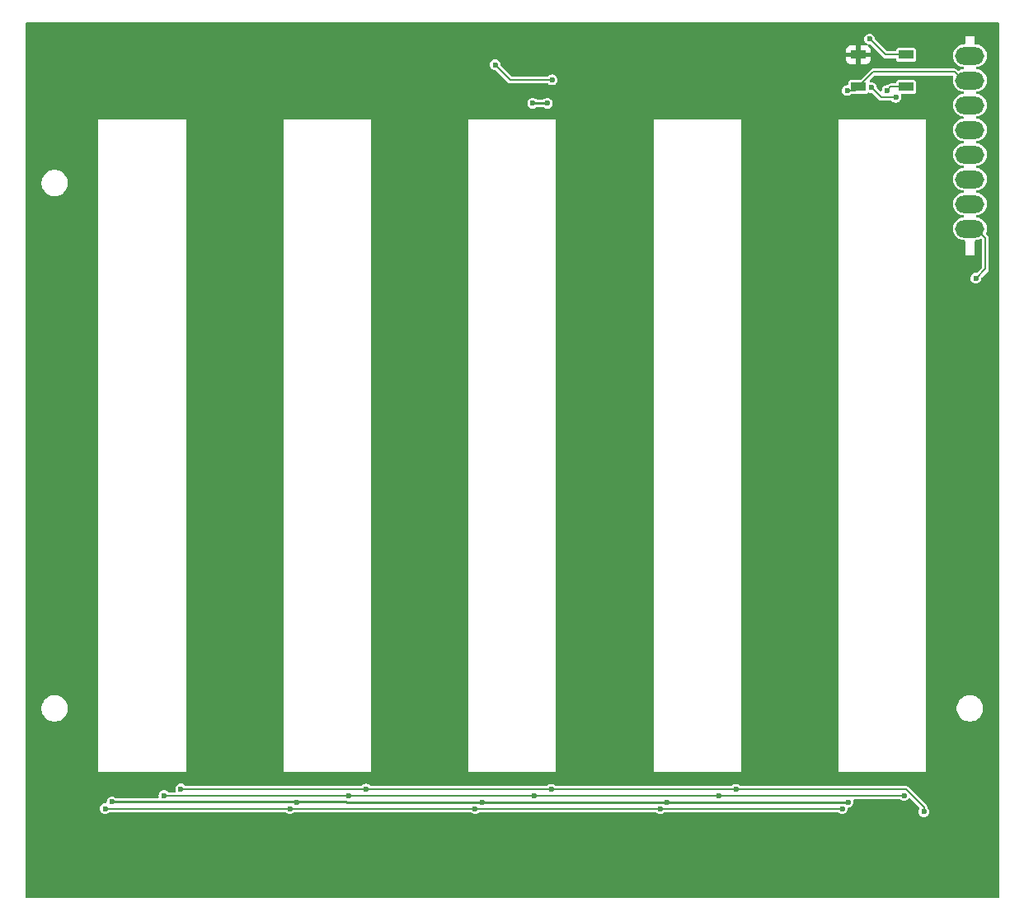
<source format=gbr>
%TF.GenerationSoftware,KiCad,Pcbnew,8.0.1*%
%TF.CreationDate,2024-03-23T17:43:50+03:00*%
%TF.ProjectId,AudMix,4175644d-6978-42e6-9b69-6361645f7063,rev?*%
%TF.SameCoordinates,Original*%
%TF.FileFunction,Copper,L1,Top*%
%TF.FilePolarity,Positive*%
%FSLAX46Y46*%
G04 Gerber Fmt 4.6, Leading zero omitted, Abs format (unit mm)*
G04 Created by KiCad (PCBNEW 8.0.1) date 2024-03-23 17:43:50*
%MOMM*%
%LPD*%
G01*
G04 APERTURE LIST*
%TA.AperFunction,SMDPad,CuDef*%
%ADD10R,1.500000X0.900000*%
%TD*%
%TA.AperFunction,ComponentPad*%
%ADD11O,3.000000X1.800000*%
%TD*%
%TA.AperFunction,ViaPad*%
%ADD12C,0.600000*%
%TD*%
%TA.AperFunction,Conductor*%
%ADD13C,0.200000*%
%TD*%
%TA.AperFunction,Conductor*%
%ADD14C,0.250000*%
%TD*%
G04 APERTURE END LIST*
D10*
%TO.P,D2,1,VDD*%
%TO.N,VCC*%
X140437500Y-56625000D03*
%TO.P,D2,2,DOUT*%
%TO.N,/WS2812B*%
X140437500Y-53325000D03*
%TO.P,D2,3,VSS*%
%TO.N,GND*%
X135537500Y-53325000D03*
%TO.P,D2,4,DIN*%
%TO.N,/WS2812B_3V3*%
X135537500Y-56625000D03*
%TD*%
D11*
%TO.P,U1,1,GPIO5*%
%TO.N,Net-(U1-GPIO5)*%
X147000000Y-53420000D03*
%TO.P,U1,2,GPIO6*%
%TO.N,/WS2812B_3V3*%
X147000000Y-55960000D03*
%TO.P,U1,3,GPIO7*%
%TO.N,Net-(U1-GPIO7)*%
X147000000Y-58500000D03*
%TO.P,U1,4,GPIO8*%
%TO.N,/I2C_SDA*%
X147000000Y-61040000D03*
%TO.P,U1,5,GPIO9*%
%TO.N,/I2C_SCL*%
X147000000Y-63580000D03*
%TO.P,U1,6,GPIO10*%
%TO.N,/I2C_CS1*%
X147000000Y-66120000D03*
%TO.P,U1,7,GPIO20*%
%TO.N,/I2C_CS2*%
X147000000Y-68660000D03*
%TO.P,U1,8,GPIO21*%
%TO.N,/I2C_CS3*%
X147000000Y-71200000D03*
%TD*%
D12*
%TO.N,GND*%
X52600000Y-134400000D03*
X63400000Y-128800000D03*
X63000000Y-55000000D03*
X120500000Y-55500000D03*
X147400000Y-134400000D03*
X71500000Y-134400000D03*
X105200000Y-53800000D03*
X79500000Y-55000000D03*
X109500000Y-134400000D03*
X83400000Y-132700000D03*
X63000000Y-53800000D03*
X61200000Y-56200000D03*
X74800000Y-55900000D03*
X102300000Y-132800000D03*
X121800000Y-55500000D03*
X62100000Y-55600000D03*
X107150000Y-51600000D03*
X61200000Y-55000000D03*
X62100000Y-54300000D03*
X98500000Y-53200000D03*
X90500000Y-134400000D03*
X139000000Y-54300000D03*
X137600000Y-54300000D03*
X95200000Y-53200000D03*
X63000000Y-56200000D03*
X113100000Y-56300000D03*
X55400000Y-54300000D03*
X115550000Y-51650000D03*
X139200000Y-52400000D03*
X128500000Y-134400000D03*
X61200000Y-53800000D03*
%TO.N,+3.3V*%
X140240000Y-129470000D03*
X64240000Y-129470000D03*
X102240000Y-129482500D03*
X121240000Y-129482500D03*
X83202500Y-129482500D03*
%TO.N,VCC*%
X138500000Y-57000000D03*
X104000000Y-128800001D03*
X142268750Y-131131250D03*
X84975000Y-128800000D03*
X122975000Y-128800000D03*
X65975000Y-128787501D03*
%TO.N,Net-(D1-A)*%
X102100000Y-58300000D03*
X103600000Y-58300000D03*
%TO.N,/I2C_CS1*%
X104100000Y-55900000D03*
X136900000Y-56700000D03*
X139400000Y-57700000D03*
X98255025Y-54355025D03*
%TO.N,/I2C_SCL*%
X96900000Y-130122500D03*
X134500000Y-130122500D03*
X58900000Y-130110000D03*
X77862500Y-130122500D03*
X115900000Y-130122500D03*
%TO.N,/I2C_CS3*%
X147600000Y-76300000D03*
%TO.N,/I2C_SDA*%
X77162500Y-130812500D03*
X96200000Y-130812500D03*
X115200000Y-130812500D03*
X133900000Y-130800000D03*
X58200000Y-130800000D03*
%TO.N,/WS2812B*%
X136700000Y-51700000D03*
%TO.N,/WS2812B_3V3*%
X134400000Y-57000000D03*
%TD*%
D13*
%TO.N,+3.3V*%
X121227500Y-129470000D02*
X121240000Y-129482500D01*
X64240000Y-129470000D02*
X140252500Y-129470000D01*
%TO.N,VCC*%
X142268750Y-130650221D02*
X142268750Y-131131250D01*
X138875000Y-56625000D02*
X140437500Y-56625000D01*
X66000000Y-128800000D02*
X140418529Y-128800000D01*
X138500000Y-57000000D02*
X138875000Y-56625000D01*
X140418529Y-128800000D02*
X142268750Y-130650221D01*
D14*
%TO.N,Net-(D1-A)*%
X102100000Y-58300000D02*
X103600000Y-58300000D01*
D13*
%TO.N,/I2C_CS1*%
X99800000Y-55900000D02*
X98255025Y-54355025D01*
X139400000Y-57700000D02*
X137900000Y-57700000D01*
X137900000Y-57700000D02*
X136900000Y-56700000D01*
X104100000Y-55900000D02*
X99800000Y-55900000D01*
D14*
%TO.N,/I2C_SCL*%
X82983617Y-130110000D02*
X58900000Y-130110000D01*
X134500000Y-130122500D02*
X82996117Y-130122500D01*
D13*
%TO.N,/I2C_CS3*%
X148600000Y-72200000D02*
X147600000Y-71200000D01*
X148600000Y-75300000D02*
X148600000Y-72200000D01*
X147600000Y-76300000D02*
X148600000Y-75300000D01*
%TO.N,/I2C_SDA*%
X115187500Y-130800000D02*
X115200000Y-130812500D01*
X58200000Y-130800000D02*
X133900000Y-130800000D01*
%TO.N,/WS2812B*%
X138325000Y-53325000D02*
X140437500Y-53325000D01*
X136700000Y-51700000D02*
X138325000Y-53325000D01*
%TO.N,Net-(U1-GPIO7)*%
X146200000Y-59300000D02*
X146400000Y-59300000D01*
%TO.N,/WS2812B_3V3*%
X135537500Y-56625000D02*
X137062500Y-55100000D01*
X137062500Y-55100000D02*
X145400000Y-55100000D01*
X135162500Y-57000000D02*
X135537500Y-56625000D01*
X134400000Y-57000000D02*
X135162500Y-57000000D01*
X145400000Y-55100000D02*
X146260000Y-55960000D01*
X146260000Y-55960000D02*
X146400000Y-55960000D01*
%TD*%
%TA.AperFunction,Conductor*%
%TO.N,GND*%
G36*
X149943039Y-50019685D02*
G01*
X149988794Y-50072489D01*
X150000000Y-50124000D01*
X150000000Y-139876000D01*
X149980315Y-139943039D01*
X149927511Y-139988794D01*
X149876000Y-140000000D01*
X50124000Y-140000000D01*
X50056961Y-139980315D01*
X50011206Y-139927511D01*
X50000000Y-139876000D01*
X50000000Y-130800000D01*
X57644750Y-130800000D01*
X57663670Y-130943708D01*
X57663671Y-130943712D01*
X57719137Y-131077622D01*
X57719138Y-131077624D01*
X57719139Y-131077625D01*
X57807379Y-131192621D01*
X57922375Y-131280861D01*
X58056291Y-131336330D01*
X58183280Y-131353048D01*
X58199999Y-131355250D01*
X58200000Y-131355250D01*
X58200001Y-131355250D01*
X58214977Y-131353278D01*
X58343709Y-131336330D01*
X58477625Y-131280861D01*
X58592621Y-131192621D01*
X58592623Y-131192617D01*
X58592627Y-131192615D01*
X58598372Y-131186871D01*
X58600888Y-131189387D01*
X58644183Y-131157797D01*
X58686092Y-131150500D01*
X76666817Y-131150500D01*
X76733856Y-131170185D01*
X76765192Y-131199013D01*
X76769879Y-131205122D01*
X76860892Y-131274958D01*
X76884875Y-131293361D01*
X77018791Y-131348830D01*
X77145780Y-131365548D01*
X77162499Y-131367750D01*
X77162500Y-131367750D01*
X77162501Y-131367750D01*
X77177477Y-131365778D01*
X77306209Y-131348830D01*
X77440125Y-131293361D01*
X77555121Y-131205121D01*
X77559808Y-131199013D01*
X77616236Y-131157810D01*
X77658183Y-131150500D01*
X95704317Y-131150500D01*
X95771356Y-131170185D01*
X95802692Y-131199013D01*
X95807379Y-131205122D01*
X95898392Y-131274958D01*
X95922375Y-131293361D01*
X96056291Y-131348830D01*
X96183280Y-131365548D01*
X96199999Y-131367750D01*
X96200000Y-131367750D01*
X96200001Y-131367750D01*
X96214977Y-131365778D01*
X96343709Y-131348830D01*
X96477625Y-131293361D01*
X96592621Y-131205121D01*
X96597308Y-131199013D01*
X96653736Y-131157810D01*
X96695683Y-131150500D01*
X114704317Y-131150500D01*
X114771356Y-131170185D01*
X114802692Y-131199013D01*
X114807379Y-131205122D01*
X114898392Y-131274958D01*
X114922375Y-131293361D01*
X115056291Y-131348830D01*
X115183280Y-131365548D01*
X115199999Y-131367750D01*
X115200000Y-131367750D01*
X115200001Y-131367750D01*
X115214977Y-131365778D01*
X115343709Y-131348830D01*
X115477625Y-131293361D01*
X115592621Y-131205121D01*
X115597308Y-131199013D01*
X115653736Y-131157810D01*
X115695683Y-131150500D01*
X133413908Y-131150500D01*
X133480947Y-131170185D01*
X133500412Y-131188086D01*
X133501628Y-131186871D01*
X133507372Y-131192615D01*
X133507377Y-131192619D01*
X133507379Y-131192621D01*
X133622375Y-131280861D01*
X133756291Y-131336330D01*
X133883280Y-131353048D01*
X133899999Y-131355250D01*
X133900000Y-131355250D01*
X133900001Y-131355250D01*
X133914977Y-131353278D01*
X134043709Y-131336330D01*
X134177625Y-131280861D01*
X134292621Y-131192621D01*
X134380861Y-131077625D01*
X134436330Y-130943709D01*
X134455250Y-130800000D01*
X134455250Y-130799999D01*
X134455250Y-130792386D01*
X134474935Y-130725347D01*
X134527739Y-130679592D01*
X134563063Y-130669447D01*
X134643709Y-130658830D01*
X134777625Y-130603361D01*
X134892621Y-130515121D01*
X134980861Y-130400125D01*
X135036330Y-130266209D01*
X135055250Y-130122500D01*
X135054674Y-130118128D01*
X135053048Y-130105780D01*
X135036330Y-129978791D01*
X135036327Y-129978784D01*
X135035740Y-129976590D01*
X135035785Y-129974660D01*
X135035269Y-129970734D01*
X135035881Y-129970653D01*
X135037405Y-129906740D01*
X135076570Y-129848879D01*
X135140799Y-129821376D01*
X135155516Y-129820500D01*
X139753908Y-129820500D01*
X139820947Y-129840185D01*
X139840412Y-129858086D01*
X139841628Y-129856871D01*
X139847372Y-129862615D01*
X139847377Y-129862619D01*
X139847379Y-129862621D01*
X139962375Y-129950861D01*
X140096291Y-130006330D01*
X140223280Y-130023048D01*
X140239999Y-130025250D01*
X140240000Y-130025250D01*
X140240001Y-130025250D01*
X140254977Y-130023278D01*
X140383709Y-130006330D01*
X140517625Y-129950861D01*
X140632621Y-129862621D01*
X140699743Y-129775146D01*
X140756170Y-129733944D01*
X140825916Y-129729789D01*
X140885799Y-129762952D01*
X141792872Y-130670025D01*
X141826357Y-130731348D01*
X141821373Y-130801040D01*
X141803568Y-130833191D01*
X141787888Y-130853625D01*
X141787888Y-130853626D01*
X141732421Y-130987537D01*
X141732420Y-130987541D01*
X141713500Y-131131250D01*
X141723225Y-131205121D01*
X141732420Y-131274958D01*
X141732421Y-131274962D01*
X141787887Y-131408872D01*
X141787888Y-131408874D01*
X141787889Y-131408875D01*
X141876129Y-131523871D01*
X141991125Y-131612111D01*
X142125041Y-131667580D01*
X142252030Y-131684298D01*
X142268749Y-131686500D01*
X142268750Y-131686500D01*
X142268751Y-131686500D01*
X142283727Y-131684528D01*
X142412459Y-131667580D01*
X142546375Y-131612111D01*
X142661371Y-131523871D01*
X142749611Y-131408875D01*
X142805080Y-131274959D01*
X142824000Y-131131250D01*
X142805080Y-130987541D01*
X142749611Y-130853625D01*
X142661371Y-130738629D01*
X142661369Y-130738627D01*
X142661365Y-130738622D01*
X142655621Y-130732878D01*
X142658137Y-130730361D01*
X142626547Y-130687067D01*
X142619250Y-130645158D01*
X142619250Y-130604079D01*
X142619250Y-130604077D01*
X142595364Y-130514933D01*
X142549220Y-130435009D01*
X140633741Y-128519530D01*
X140633740Y-128519529D01*
X140633737Y-128519527D01*
X140553820Y-128473387D01*
X140553816Y-128473385D01*
X140548455Y-128471949D01*
X140548455Y-128471948D01*
X140480005Y-128453608D01*
X140464673Y-128449500D01*
X140464672Y-128449500D01*
X123461092Y-128449500D01*
X123394053Y-128429815D01*
X123374587Y-128411913D01*
X123373372Y-128413129D01*
X123367627Y-128407384D01*
X123367621Y-128407379D01*
X123252625Y-128319139D01*
X123252624Y-128319138D01*
X123252622Y-128319137D01*
X123118712Y-128263671D01*
X123118710Y-128263670D01*
X123118709Y-128263670D01*
X123023779Y-128251172D01*
X122975001Y-128244750D01*
X122974999Y-128244750D01*
X122831291Y-128263670D01*
X122831287Y-128263671D01*
X122697377Y-128319137D01*
X122582372Y-128407384D01*
X122576628Y-128413129D01*
X122574111Y-128410612D01*
X122530817Y-128442203D01*
X122488908Y-128449500D01*
X104486090Y-128449500D01*
X104419051Y-128429815D01*
X104399634Y-128411860D01*
X104398368Y-128413127D01*
X104392625Y-128407384D01*
X104392622Y-128407382D01*
X104392621Y-128407380D01*
X104277625Y-128319140D01*
X104277624Y-128319139D01*
X104277622Y-128319138D01*
X104143712Y-128263672D01*
X104143710Y-128263671D01*
X104143709Y-128263671D01*
X104071854Y-128254211D01*
X104000001Y-128244751D01*
X103999999Y-128244751D01*
X103856291Y-128263671D01*
X103856287Y-128263672D01*
X103722377Y-128319138D01*
X103637254Y-128384455D01*
X103607381Y-128407379D01*
X103607374Y-128407384D01*
X103601632Y-128413127D01*
X103599044Y-128410539D01*
X103556452Y-128441974D01*
X103513910Y-128449500D01*
X85461092Y-128449500D01*
X85394053Y-128429815D01*
X85374587Y-128411913D01*
X85373372Y-128413129D01*
X85367627Y-128407384D01*
X85367621Y-128407379D01*
X85252625Y-128319139D01*
X85252624Y-128319138D01*
X85252622Y-128319137D01*
X85118712Y-128263671D01*
X85118710Y-128263670D01*
X85118709Y-128263670D01*
X85023779Y-128251172D01*
X84975001Y-128244750D01*
X84974999Y-128244750D01*
X84831291Y-128263670D01*
X84831287Y-128263671D01*
X84697377Y-128319137D01*
X84582372Y-128407384D01*
X84576628Y-128413129D01*
X84574111Y-128410612D01*
X84530817Y-128442203D01*
X84488908Y-128449500D01*
X66470683Y-128449500D01*
X66403644Y-128429815D01*
X66372308Y-128400987D01*
X66367624Y-128394883D01*
X66367622Y-128394881D01*
X66367621Y-128394880D01*
X66252625Y-128306640D01*
X66252624Y-128306639D01*
X66252622Y-128306638D01*
X66118712Y-128251172D01*
X66118710Y-128251171D01*
X66118709Y-128251171D01*
X66046854Y-128241711D01*
X65975001Y-128232251D01*
X65974999Y-128232251D01*
X65831291Y-128251171D01*
X65831287Y-128251172D01*
X65697377Y-128306638D01*
X65582379Y-128394880D01*
X65494137Y-128509878D01*
X65438671Y-128643788D01*
X65438670Y-128643792D01*
X65419750Y-128787500D01*
X65419750Y-128787501D01*
X65438670Y-128931209D01*
X65438670Y-128931210D01*
X65445645Y-128948049D01*
X65453112Y-129017518D01*
X65421837Y-129079997D01*
X65361747Y-129115649D01*
X65331083Y-129119500D01*
X64726092Y-129119500D01*
X64659053Y-129099815D01*
X64639587Y-129081913D01*
X64638372Y-129083129D01*
X64632627Y-129077384D01*
X64632621Y-129077379D01*
X64517625Y-128989139D01*
X64517624Y-128989138D01*
X64517622Y-128989137D01*
X64383712Y-128933671D01*
X64383710Y-128933670D01*
X64383709Y-128933670D01*
X64311854Y-128924210D01*
X64240001Y-128914750D01*
X64239999Y-128914750D01*
X64096291Y-128933670D01*
X64096287Y-128933671D01*
X63962377Y-128989137D01*
X63847379Y-129077379D01*
X63759137Y-129192377D01*
X63703671Y-129326287D01*
X63703670Y-129326291D01*
X63684750Y-129469999D01*
X63684750Y-129470000D01*
X63701117Y-129594314D01*
X63690352Y-129663349D01*
X63643972Y-129715605D01*
X63578178Y-129734500D01*
X59357026Y-129734500D01*
X59289987Y-129714815D01*
X59281547Y-129708882D01*
X59177625Y-129629139D01*
X59177624Y-129629138D01*
X59177622Y-129629137D01*
X59043712Y-129573671D01*
X59043710Y-129573670D01*
X59043709Y-129573670D01*
X58971854Y-129564210D01*
X58900001Y-129554750D01*
X58899999Y-129554750D01*
X58756291Y-129573670D01*
X58756287Y-129573671D01*
X58622377Y-129629137D01*
X58507379Y-129717379D01*
X58419137Y-129832377D01*
X58363671Y-129966287D01*
X58363670Y-129966291D01*
X58344750Y-130109999D01*
X58344750Y-130118128D01*
X58342422Y-130118128D01*
X58333486Y-130175359D01*
X58287096Y-130227606D01*
X58219823Y-130246478D01*
X58205139Y-130245426D01*
X58200004Y-130244750D01*
X58199999Y-130244750D01*
X58056291Y-130263670D01*
X58056287Y-130263671D01*
X57922377Y-130319137D01*
X57807379Y-130407379D01*
X57719137Y-130522377D01*
X57663671Y-130656287D01*
X57663670Y-130656291D01*
X57644750Y-130799999D01*
X57644750Y-130800000D01*
X50000000Y-130800000D01*
X50000000Y-120606286D01*
X51649500Y-120606286D01*
X51682753Y-120816239D01*
X51748444Y-121018414D01*
X51844951Y-121207820D01*
X51969890Y-121379786D01*
X52120213Y-121530109D01*
X52292179Y-121655048D01*
X52292181Y-121655049D01*
X52292184Y-121655051D01*
X52481588Y-121751557D01*
X52683757Y-121817246D01*
X52893713Y-121850500D01*
X52893714Y-121850500D01*
X53106286Y-121850500D01*
X53106287Y-121850500D01*
X53316243Y-121817246D01*
X53518412Y-121751557D01*
X53707816Y-121655051D01*
X53729789Y-121639086D01*
X53879786Y-121530109D01*
X53879788Y-121530106D01*
X53879792Y-121530104D01*
X54030104Y-121379792D01*
X54030106Y-121379788D01*
X54030109Y-121379786D01*
X54155048Y-121207820D01*
X54155047Y-121207820D01*
X54155051Y-121207816D01*
X54251557Y-121018412D01*
X54317246Y-120816243D01*
X54350500Y-120606287D01*
X54350500Y-120393713D01*
X54317246Y-120183757D01*
X54251557Y-119981588D01*
X54155051Y-119792184D01*
X54155049Y-119792181D01*
X54155048Y-119792179D01*
X54030109Y-119620213D01*
X53879786Y-119469890D01*
X53707820Y-119344951D01*
X53518414Y-119248444D01*
X53518413Y-119248443D01*
X53518412Y-119248443D01*
X53316243Y-119182754D01*
X53316241Y-119182753D01*
X53316240Y-119182753D01*
X53154957Y-119157208D01*
X53106287Y-119149500D01*
X52893713Y-119149500D01*
X52845042Y-119157208D01*
X52683760Y-119182753D01*
X52481585Y-119248444D01*
X52292179Y-119344951D01*
X52120213Y-119469890D01*
X51969890Y-119620213D01*
X51844951Y-119792179D01*
X51748444Y-119981585D01*
X51682753Y-120183760D01*
X51649500Y-120393713D01*
X51649500Y-120606286D01*
X50000000Y-120606286D01*
X50000000Y-66606287D01*
X51649500Y-66606287D01*
X51682754Y-66816243D01*
X51741665Y-66997553D01*
X51748444Y-67018414D01*
X51844951Y-67207820D01*
X51969890Y-67379786D01*
X52120213Y-67530109D01*
X52292179Y-67655048D01*
X52292181Y-67655049D01*
X52292184Y-67655051D01*
X52481588Y-67751557D01*
X52683757Y-67817246D01*
X52893713Y-67850500D01*
X52893714Y-67850500D01*
X53106286Y-67850500D01*
X53106287Y-67850500D01*
X53316243Y-67817246D01*
X53518412Y-67751557D01*
X53707816Y-67655051D01*
X53792138Y-67593788D01*
X53879786Y-67530109D01*
X53879788Y-67530106D01*
X53879792Y-67530104D01*
X54030104Y-67379792D01*
X54030106Y-67379788D01*
X54030109Y-67379786D01*
X54155048Y-67207820D01*
X54155047Y-67207820D01*
X54155051Y-67207816D01*
X54251557Y-67018412D01*
X54317246Y-66816243D01*
X54350500Y-66606287D01*
X54350500Y-66393713D01*
X54317246Y-66183757D01*
X54251557Y-65981588D01*
X54155051Y-65792184D01*
X54155049Y-65792181D01*
X54155048Y-65792179D01*
X54030109Y-65620213D01*
X53879786Y-65469890D01*
X53707820Y-65344951D01*
X53518414Y-65248444D01*
X53518413Y-65248443D01*
X53518412Y-65248443D01*
X53316243Y-65182754D01*
X53316241Y-65182753D01*
X53316240Y-65182753D01*
X53154957Y-65157208D01*
X53106287Y-65149500D01*
X52893713Y-65149500D01*
X52845042Y-65157208D01*
X52683760Y-65182753D01*
X52481585Y-65248444D01*
X52292179Y-65344951D01*
X52120213Y-65469890D01*
X51969890Y-65620213D01*
X51844951Y-65792179D01*
X51748444Y-65981585D01*
X51682753Y-66183760D01*
X51678511Y-66210546D01*
X51649500Y-66393713D01*
X51649500Y-66606287D01*
X50000000Y-66606287D01*
X50000000Y-60000000D01*
X57500000Y-60000000D01*
X57500000Y-127000000D01*
X66500000Y-127000000D01*
X66500000Y-60000000D01*
X76500000Y-60000000D01*
X76500000Y-127000000D01*
X85500000Y-127000000D01*
X85500000Y-60000000D01*
X95500000Y-60000000D01*
X95500000Y-127000000D01*
X104500000Y-127000000D01*
X104500000Y-60000000D01*
X114500000Y-60000000D01*
X114500000Y-127000000D01*
X123500000Y-127000000D01*
X123500000Y-60000000D01*
X133500000Y-60000000D01*
X133500000Y-127000000D01*
X142500000Y-127000000D01*
X142500000Y-120606286D01*
X145649500Y-120606286D01*
X145682753Y-120816239D01*
X145748444Y-121018414D01*
X145844951Y-121207820D01*
X145969890Y-121379786D01*
X146120213Y-121530109D01*
X146292179Y-121655048D01*
X146292181Y-121655049D01*
X146292184Y-121655051D01*
X146481588Y-121751557D01*
X146683757Y-121817246D01*
X146893713Y-121850500D01*
X146893714Y-121850500D01*
X147106286Y-121850500D01*
X147106287Y-121850500D01*
X147316243Y-121817246D01*
X147518412Y-121751557D01*
X147707816Y-121655051D01*
X147729789Y-121639086D01*
X147879786Y-121530109D01*
X147879788Y-121530106D01*
X147879792Y-121530104D01*
X148030104Y-121379792D01*
X148030106Y-121379788D01*
X148030109Y-121379786D01*
X148155048Y-121207820D01*
X148155047Y-121207820D01*
X148155051Y-121207816D01*
X148251557Y-121018412D01*
X148317246Y-120816243D01*
X148350500Y-120606287D01*
X148350500Y-120393713D01*
X148317246Y-120183757D01*
X148251557Y-119981588D01*
X148155051Y-119792184D01*
X148155049Y-119792181D01*
X148155048Y-119792179D01*
X148030109Y-119620213D01*
X147879786Y-119469890D01*
X147707820Y-119344951D01*
X147518414Y-119248444D01*
X147518413Y-119248443D01*
X147518412Y-119248443D01*
X147316243Y-119182754D01*
X147316241Y-119182753D01*
X147316240Y-119182753D01*
X147154957Y-119157208D01*
X147106287Y-119149500D01*
X146893713Y-119149500D01*
X146845042Y-119157208D01*
X146683760Y-119182753D01*
X146481585Y-119248444D01*
X146292179Y-119344951D01*
X146120213Y-119469890D01*
X145969890Y-119620213D01*
X145844951Y-119792179D01*
X145748444Y-119981585D01*
X145682753Y-120183760D01*
X145649500Y-120393713D01*
X145649500Y-120606286D01*
X142500000Y-120606286D01*
X142500000Y-60000000D01*
X133500000Y-60000000D01*
X123500000Y-60000000D01*
X114500000Y-60000000D01*
X104500000Y-60000000D01*
X95500000Y-60000000D01*
X85500000Y-60000000D01*
X76500000Y-60000000D01*
X66500000Y-60000000D01*
X57500000Y-60000000D01*
X50000000Y-60000000D01*
X50000000Y-58300000D01*
X101544750Y-58300000D01*
X101563670Y-58443708D01*
X101563671Y-58443712D01*
X101619137Y-58577622D01*
X101619138Y-58577624D01*
X101619139Y-58577625D01*
X101707379Y-58692621D01*
X101822375Y-58780861D01*
X101956291Y-58836330D01*
X102083280Y-58853048D01*
X102099999Y-58855250D01*
X102100000Y-58855250D01*
X102100001Y-58855250D01*
X102114977Y-58853278D01*
X102243709Y-58836330D01*
X102377625Y-58780861D01*
X102481540Y-58701123D01*
X102546709Y-58675930D01*
X102557026Y-58675500D01*
X103142974Y-58675500D01*
X103210013Y-58695185D01*
X103218452Y-58701117D01*
X103322375Y-58780861D01*
X103456291Y-58836330D01*
X103583280Y-58853048D01*
X103599999Y-58855250D01*
X103600000Y-58855250D01*
X103600001Y-58855250D01*
X103614977Y-58853278D01*
X103743709Y-58836330D01*
X103877625Y-58780861D01*
X103992621Y-58692621D01*
X104080861Y-58577625D01*
X104136330Y-58443709D01*
X104155250Y-58300000D01*
X104136330Y-58156291D01*
X104099350Y-58067013D01*
X104080862Y-58022377D01*
X104080861Y-58022376D01*
X104080861Y-58022375D01*
X103992621Y-57907379D01*
X103877625Y-57819139D01*
X103877624Y-57819138D01*
X103877622Y-57819137D01*
X103743712Y-57763671D01*
X103743710Y-57763670D01*
X103743709Y-57763670D01*
X103643675Y-57750500D01*
X103600001Y-57744750D01*
X103599999Y-57744750D01*
X103456291Y-57763670D01*
X103456287Y-57763671D01*
X103322377Y-57819137D01*
X103290356Y-57843708D01*
X103218459Y-57898876D01*
X103153291Y-57924070D01*
X103142974Y-57924500D01*
X102557026Y-57924500D01*
X102489987Y-57904815D01*
X102481547Y-57898882D01*
X102377625Y-57819139D01*
X102377624Y-57819138D01*
X102377622Y-57819137D01*
X102243712Y-57763671D01*
X102243710Y-57763670D01*
X102243709Y-57763670D01*
X102143675Y-57750500D01*
X102100001Y-57744750D01*
X102099999Y-57744750D01*
X101956291Y-57763670D01*
X101956287Y-57763671D01*
X101822377Y-57819137D01*
X101707379Y-57907379D01*
X101619137Y-58022377D01*
X101563671Y-58156287D01*
X101563670Y-58156291D01*
X101544750Y-58299999D01*
X101544750Y-58300000D01*
X50000000Y-58300000D01*
X50000000Y-57000000D01*
X133844750Y-57000000D01*
X133862541Y-57135137D01*
X133863670Y-57143708D01*
X133863671Y-57143712D01*
X133919137Y-57277622D01*
X133919138Y-57277624D01*
X133919139Y-57277625D01*
X134007379Y-57392621D01*
X134122375Y-57480861D01*
X134256291Y-57536330D01*
X134383280Y-57553048D01*
X134399999Y-57555250D01*
X134400000Y-57555250D01*
X134400001Y-57555250D01*
X134414977Y-57553278D01*
X134543709Y-57536330D01*
X134677625Y-57480861D01*
X134792621Y-57392621D01*
X134792623Y-57392617D01*
X134792627Y-57392615D01*
X134798372Y-57386871D01*
X134800888Y-57389387D01*
X134844183Y-57357797D01*
X134886092Y-57350500D01*
X135208642Y-57350500D01*
X135208644Y-57350500D01*
X135286178Y-57329724D01*
X135318270Y-57325500D01*
X136312176Y-57325500D01*
X136312177Y-57325499D01*
X136385240Y-57310966D01*
X136468101Y-57255601D01*
X136484121Y-57231623D01*
X136537730Y-57186821D01*
X136607055Y-57178112D01*
X136634671Y-57185954D01*
X136756291Y-57236330D01*
X136900000Y-57255250D01*
X136908129Y-57255250D01*
X136908129Y-57258828D01*
X136960970Y-57267031D01*
X136995878Y-57291560D01*
X137684788Y-57980470D01*
X137756000Y-58021584D01*
X137764712Y-58026614D01*
X137853856Y-58050500D01*
X137853857Y-58050500D01*
X137946144Y-58050500D01*
X138913908Y-58050500D01*
X138980947Y-58070185D01*
X139000412Y-58088086D01*
X139001628Y-58086871D01*
X139007372Y-58092615D01*
X139007377Y-58092619D01*
X139007379Y-58092621D01*
X139122375Y-58180861D01*
X139256291Y-58236330D01*
X139383280Y-58253048D01*
X139399999Y-58255250D01*
X139400000Y-58255250D01*
X139400001Y-58255250D01*
X139414977Y-58253278D01*
X139543709Y-58236330D01*
X139677625Y-58180861D01*
X139792621Y-58092621D01*
X139880861Y-57977625D01*
X139936330Y-57843709D01*
X139955250Y-57700000D01*
X139936330Y-57556291D01*
X139911751Y-57496951D01*
X139904283Y-57427482D01*
X139935559Y-57365003D01*
X139995648Y-57329351D01*
X140026313Y-57325500D01*
X141212176Y-57325500D01*
X141212177Y-57325499D01*
X141285240Y-57310966D01*
X141368101Y-57255601D01*
X141423466Y-57172740D01*
X141438000Y-57099674D01*
X141438000Y-56150326D01*
X141438000Y-56150323D01*
X141437999Y-56150321D01*
X141423467Y-56077264D01*
X141423466Y-56077260D01*
X141405620Y-56050551D01*
X141368101Y-55994399D01*
X141285240Y-55939034D01*
X141285239Y-55939033D01*
X141285235Y-55939032D01*
X141212177Y-55924500D01*
X141212174Y-55924500D01*
X139662826Y-55924500D01*
X139662823Y-55924500D01*
X139589764Y-55939032D01*
X139589760Y-55939033D01*
X139506899Y-55994399D01*
X139451533Y-56077260D01*
X139451532Y-56077264D01*
X139437000Y-56150321D01*
X139437000Y-56150500D01*
X139436973Y-56150589D01*
X139436403Y-56156386D01*
X139435303Y-56156277D01*
X139417315Y-56217539D01*
X139364511Y-56263294D01*
X139313000Y-56274500D01*
X138828856Y-56274500D01*
X138739712Y-56298386D01*
X138739709Y-56298387D01*
X138659791Y-56344527D01*
X138659785Y-56344532D01*
X138595874Y-56408441D01*
X138534550Y-56441925D01*
X138508128Y-56443185D01*
X138508128Y-56444750D01*
X138500000Y-56444750D01*
X138356291Y-56463670D01*
X138356287Y-56463671D01*
X138222377Y-56519137D01*
X138107379Y-56607379D01*
X138019137Y-56722377D01*
X137963671Y-56856287D01*
X137963670Y-56856291D01*
X137948594Y-56970798D01*
X137920327Y-57034694D01*
X137862002Y-57073164D01*
X137792137Y-57073995D01*
X137737974Y-57042292D01*
X137491560Y-56795878D01*
X137458075Y-56734555D01*
X137456983Y-56708129D01*
X137455250Y-56708129D01*
X137455250Y-56700000D01*
X137436330Y-56556291D01*
X137386641Y-56436329D01*
X137380862Y-56422377D01*
X137380861Y-56422376D01*
X137380861Y-56422375D01*
X137292621Y-56307379D01*
X137177625Y-56219139D01*
X137177624Y-56219138D01*
X137177622Y-56219137D01*
X137043712Y-56163671D01*
X137043710Y-56163670D01*
X137043709Y-56163670D01*
X136943675Y-56150500D01*
X136900001Y-56144750D01*
X136899998Y-56144750D01*
X136816988Y-56155678D01*
X136747952Y-56144912D01*
X136695697Y-56098532D01*
X136676812Y-56031263D01*
X136697293Y-55964462D01*
X136713116Y-55945064D01*
X137171363Y-55486819D01*
X137232686Y-55453334D01*
X137259044Y-55450500D01*
X145185167Y-55450500D01*
X145252206Y-55470185D01*
X145297961Y-55522989D01*
X145307905Y-55592147D01*
X145303098Y-55612817D01*
X145277829Y-55690587D01*
X145249500Y-55869448D01*
X145249500Y-56050551D01*
X145277829Y-56229410D01*
X145333787Y-56401636D01*
X145333788Y-56401639D01*
X145416006Y-56562997D01*
X145522441Y-56709494D01*
X145522445Y-56709499D01*
X145650500Y-56837554D01*
X145650505Y-56837558D01*
X145778287Y-56930396D01*
X145797006Y-56943996D01*
X145849608Y-56970798D01*
X145958360Y-57026211D01*
X145958363Y-57026212D01*
X145984469Y-57034694D01*
X146130591Y-57082171D01*
X146203639Y-57093740D01*
X146290678Y-57107527D01*
X146353813Y-57137456D01*
X146390744Y-57196768D01*
X146389746Y-57266631D01*
X146351136Y-57324863D01*
X146290678Y-57352473D01*
X146130589Y-57377829D01*
X145958363Y-57433787D01*
X145958360Y-57433788D01*
X145797002Y-57516006D01*
X145650505Y-57622441D01*
X145650500Y-57622445D01*
X145522445Y-57750500D01*
X145522441Y-57750505D01*
X145416006Y-57897002D01*
X145333788Y-58058360D01*
X145333787Y-58058363D01*
X145277829Y-58230589D01*
X145249500Y-58409448D01*
X145249500Y-58590551D01*
X145277829Y-58769410D01*
X145333787Y-58941636D01*
X145333788Y-58941639D01*
X145416006Y-59102997D01*
X145522441Y-59249494D01*
X145522445Y-59249499D01*
X145650500Y-59377554D01*
X145650505Y-59377558D01*
X145778287Y-59470396D01*
X145797006Y-59483996D01*
X145958361Y-59566211D01*
X145958372Y-59566214D01*
X145960327Y-59567025D01*
X145977455Y-59576915D01*
X145977750Y-59576406D01*
X146064706Y-59626611D01*
X146064707Y-59626611D01*
X146064712Y-59626614D01*
X146153856Y-59650500D01*
X146153858Y-59650500D01*
X146242869Y-59650500D01*
X146309908Y-59670185D01*
X146355663Y-59722989D01*
X146365607Y-59792147D01*
X146336582Y-59855703D01*
X146277804Y-59893477D01*
X146262267Y-59896973D01*
X146130589Y-59917829D01*
X145958363Y-59973787D01*
X145958360Y-59973788D01*
X145797002Y-60056006D01*
X145650505Y-60162441D01*
X145650500Y-60162445D01*
X145522445Y-60290500D01*
X145522441Y-60290505D01*
X145416006Y-60437002D01*
X145333788Y-60598360D01*
X145333787Y-60598363D01*
X145277829Y-60770589D01*
X145249500Y-60949448D01*
X145249500Y-61130551D01*
X145277829Y-61309410D01*
X145333787Y-61481636D01*
X145333788Y-61481639D01*
X145416006Y-61642997D01*
X145522441Y-61789494D01*
X145522445Y-61789499D01*
X145650500Y-61917554D01*
X145650505Y-61917558D01*
X145778287Y-62010396D01*
X145797006Y-62023996D01*
X145902484Y-62077740D01*
X145958360Y-62106211D01*
X145958363Y-62106212D01*
X146044476Y-62134191D01*
X146130591Y-62162171D01*
X146203639Y-62173740D01*
X146290678Y-62187527D01*
X146353813Y-62217456D01*
X146390744Y-62276768D01*
X146389746Y-62346631D01*
X146351136Y-62404863D01*
X146290678Y-62432473D01*
X146130589Y-62457829D01*
X145958363Y-62513787D01*
X145958360Y-62513788D01*
X145797002Y-62596006D01*
X145650505Y-62702441D01*
X145650500Y-62702445D01*
X145522445Y-62830500D01*
X145522441Y-62830505D01*
X145416006Y-62977002D01*
X145333788Y-63138360D01*
X145333787Y-63138363D01*
X145277829Y-63310589D01*
X145249500Y-63489448D01*
X145249500Y-63670551D01*
X145277829Y-63849410D01*
X145333787Y-64021636D01*
X145333788Y-64021639D01*
X145416006Y-64182997D01*
X145522441Y-64329494D01*
X145522445Y-64329499D01*
X145650500Y-64457554D01*
X145650505Y-64457558D01*
X145778287Y-64550396D01*
X145797006Y-64563996D01*
X145902484Y-64617740D01*
X145958360Y-64646211D01*
X145958363Y-64646212D01*
X146044476Y-64674191D01*
X146130591Y-64702171D01*
X146203639Y-64713740D01*
X146290678Y-64727527D01*
X146353813Y-64757456D01*
X146390744Y-64816768D01*
X146389746Y-64886631D01*
X146351136Y-64944863D01*
X146290678Y-64972473D01*
X146130589Y-64997829D01*
X145958363Y-65053787D01*
X145958360Y-65053788D01*
X145797002Y-65136006D01*
X145650505Y-65242441D01*
X145650500Y-65242445D01*
X145522445Y-65370500D01*
X145522441Y-65370505D01*
X145416006Y-65517002D01*
X145333788Y-65678360D01*
X145333787Y-65678363D01*
X145277829Y-65850589D01*
X145249500Y-66029448D01*
X145249500Y-66210551D01*
X145277829Y-66389410D01*
X145333787Y-66561636D01*
X145333788Y-66561639D01*
X145416006Y-66722997D01*
X145522441Y-66869494D01*
X145522445Y-66869499D01*
X145650500Y-66997554D01*
X145650505Y-66997558D01*
X145778287Y-67090396D01*
X145797006Y-67103996D01*
X145902484Y-67157740D01*
X145958360Y-67186211D01*
X145958363Y-67186212D01*
X146024855Y-67207816D01*
X146130591Y-67242171D01*
X146203639Y-67253740D01*
X146290678Y-67267527D01*
X146353813Y-67297456D01*
X146390744Y-67356768D01*
X146389746Y-67426631D01*
X146351136Y-67484863D01*
X146290678Y-67512473D01*
X146130589Y-67537829D01*
X145958363Y-67593787D01*
X145958360Y-67593788D01*
X145797002Y-67676006D01*
X145650505Y-67782441D01*
X145650500Y-67782445D01*
X145522445Y-67910500D01*
X145522441Y-67910505D01*
X145416006Y-68057002D01*
X145333788Y-68218360D01*
X145333787Y-68218363D01*
X145277829Y-68390589D01*
X145249500Y-68569448D01*
X145249500Y-68750551D01*
X145277829Y-68929410D01*
X145333787Y-69101636D01*
X145333788Y-69101639D01*
X145416006Y-69262997D01*
X145522441Y-69409494D01*
X145522445Y-69409499D01*
X145650500Y-69537554D01*
X145650505Y-69537558D01*
X145778287Y-69630396D01*
X145797006Y-69643996D01*
X145902484Y-69697740D01*
X145958360Y-69726211D01*
X145958363Y-69726212D01*
X146044476Y-69754191D01*
X146130591Y-69782171D01*
X146203639Y-69793740D01*
X146290678Y-69807527D01*
X146353813Y-69837456D01*
X146390744Y-69896768D01*
X146389746Y-69966631D01*
X146351136Y-70024863D01*
X146290678Y-70052473D01*
X146130589Y-70077829D01*
X145958363Y-70133787D01*
X145958360Y-70133788D01*
X145797002Y-70216006D01*
X145650505Y-70322441D01*
X145650500Y-70322445D01*
X145522445Y-70450500D01*
X145522441Y-70450505D01*
X145416006Y-70597002D01*
X145333788Y-70758360D01*
X145333787Y-70758363D01*
X145277829Y-70930589D01*
X145249500Y-71109448D01*
X145249500Y-71290551D01*
X145277829Y-71469410D01*
X145333787Y-71641636D01*
X145333788Y-71641639D01*
X145416006Y-71802997D01*
X145522441Y-71949494D01*
X145522445Y-71949499D01*
X145650500Y-72077554D01*
X145650505Y-72077558D01*
X145755524Y-72153858D01*
X145797006Y-72183996D01*
X145902484Y-72237740D01*
X145958360Y-72266211D01*
X145958363Y-72266212D01*
X145991511Y-72276982D01*
X146130591Y-72322171D01*
X146213429Y-72335291D01*
X146309449Y-72350500D01*
X146376000Y-72350500D01*
X146443039Y-72370185D01*
X146488794Y-72422989D01*
X146500000Y-72474500D01*
X146500000Y-73920000D01*
X147500000Y-73920000D01*
X147500000Y-72474500D01*
X147519685Y-72407461D01*
X147572489Y-72361706D01*
X147624000Y-72350500D01*
X147690551Y-72350500D01*
X147777259Y-72336765D01*
X147869409Y-72322171D01*
X148041639Y-72266211D01*
X148046751Y-72263606D01*
X148115416Y-72250709D01*
X148180157Y-72276982D01*
X148190727Y-72286409D01*
X148213181Y-72308863D01*
X148246666Y-72370186D01*
X148249500Y-72396544D01*
X148249500Y-75103455D01*
X148229815Y-75170494D01*
X148213181Y-75191136D01*
X147695877Y-75708439D01*
X147634554Y-75741924D01*
X147608128Y-75743208D01*
X147608128Y-75744750D01*
X147600000Y-75744750D01*
X147456291Y-75763670D01*
X147456287Y-75763671D01*
X147322377Y-75819137D01*
X147207379Y-75907379D01*
X147119137Y-76022377D01*
X147063671Y-76156287D01*
X147063670Y-76156291D01*
X147044750Y-76299999D01*
X147044750Y-76300000D01*
X147063670Y-76443708D01*
X147063671Y-76443712D01*
X147119137Y-76577622D01*
X147119138Y-76577624D01*
X147119139Y-76577625D01*
X147207379Y-76692621D01*
X147322375Y-76780861D01*
X147456291Y-76836330D01*
X147583280Y-76853048D01*
X147599999Y-76855250D01*
X147600000Y-76855250D01*
X147600001Y-76855250D01*
X147614977Y-76853278D01*
X147743709Y-76836330D01*
X147877625Y-76780861D01*
X147992621Y-76692621D01*
X148080861Y-76577625D01*
X148136330Y-76443709D01*
X148155250Y-76300000D01*
X148155250Y-76299999D01*
X148155250Y-76291871D01*
X148159049Y-76291871D01*
X148166388Y-76240418D01*
X148191556Y-76204124D01*
X148880470Y-75515212D01*
X148926614Y-75435288D01*
X148950500Y-75346143D01*
X148950500Y-75253856D01*
X148950500Y-72153856D01*
X148926614Y-72064712D01*
X148880470Y-71984788D01*
X148686409Y-71790727D01*
X148652924Y-71729404D01*
X148657908Y-71659712D01*
X148663598Y-71646765D01*
X148666211Y-71641639D01*
X148722171Y-71469409D01*
X148736765Y-71377259D01*
X148750500Y-71290551D01*
X148750500Y-71109448D01*
X148734019Y-71005397D01*
X148722171Y-70930591D01*
X148666211Y-70758361D01*
X148666211Y-70758360D01*
X148637740Y-70702484D01*
X148583996Y-70597006D01*
X148570396Y-70578287D01*
X148477558Y-70450505D01*
X148477554Y-70450500D01*
X148349499Y-70322445D01*
X148349494Y-70322441D01*
X148202997Y-70216006D01*
X148202996Y-70216005D01*
X148202994Y-70216004D01*
X148151300Y-70189664D01*
X148041639Y-70133788D01*
X148041636Y-70133787D01*
X147869410Y-70077829D01*
X147709321Y-70052473D01*
X147646186Y-70022544D01*
X147609255Y-69963232D01*
X147610253Y-69893370D01*
X147648863Y-69835137D01*
X147709321Y-69807527D01*
X147779425Y-69796422D01*
X147869409Y-69782171D01*
X148041639Y-69726211D01*
X148202994Y-69643996D01*
X148349501Y-69537553D01*
X148477553Y-69409501D01*
X148583996Y-69262994D01*
X148666211Y-69101639D01*
X148722171Y-68929409D01*
X148736765Y-68837259D01*
X148750500Y-68750551D01*
X148750500Y-68569448D01*
X148734019Y-68465397D01*
X148722171Y-68390591D01*
X148666211Y-68218361D01*
X148666211Y-68218360D01*
X148637740Y-68162484D01*
X148583996Y-68057006D01*
X148570396Y-68038287D01*
X148477558Y-67910505D01*
X148477554Y-67910500D01*
X148349499Y-67782445D01*
X148349494Y-67782441D01*
X148202997Y-67676006D01*
X148202996Y-67676005D01*
X148202994Y-67676004D01*
X148151300Y-67649664D01*
X148041639Y-67593788D01*
X148041636Y-67593787D01*
X147869410Y-67537829D01*
X147709321Y-67512473D01*
X147646186Y-67482544D01*
X147609255Y-67423232D01*
X147610253Y-67353370D01*
X147648863Y-67295137D01*
X147709321Y-67267527D01*
X147779425Y-67256422D01*
X147869409Y-67242171D01*
X148041639Y-67186211D01*
X148202994Y-67103996D01*
X148349501Y-66997553D01*
X148477553Y-66869501D01*
X148583996Y-66722994D01*
X148666211Y-66561639D01*
X148722171Y-66389409D01*
X148736765Y-66297259D01*
X148750500Y-66210551D01*
X148750500Y-66029448D01*
X148734019Y-65925397D01*
X148722171Y-65850591D01*
X148666211Y-65678361D01*
X148666211Y-65678360D01*
X148636580Y-65620208D01*
X148583996Y-65517006D01*
X148549769Y-65469896D01*
X148477558Y-65370505D01*
X148477554Y-65370500D01*
X148349499Y-65242445D01*
X148349494Y-65242441D01*
X148202997Y-65136006D01*
X148202996Y-65136005D01*
X148202994Y-65136004D01*
X148151300Y-65109664D01*
X148041639Y-65053788D01*
X148041636Y-65053787D01*
X147869410Y-64997829D01*
X147709321Y-64972473D01*
X147646186Y-64942544D01*
X147609255Y-64883232D01*
X147610253Y-64813370D01*
X147648863Y-64755137D01*
X147709321Y-64727527D01*
X147779425Y-64716422D01*
X147869409Y-64702171D01*
X148041639Y-64646211D01*
X148202994Y-64563996D01*
X148349501Y-64457553D01*
X148477553Y-64329501D01*
X148583996Y-64182994D01*
X148666211Y-64021639D01*
X148722171Y-63849409D01*
X148736765Y-63757259D01*
X148750500Y-63670551D01*
X148750500Y-63489448D01*
X148734019Y-63385397D01*
X148722171Y-63310591D01*
X148666211Y-63138361D01*
X148666211Y-63138360D01*
X148637740Y-63082484D01*
X148583996Y-62977006D01*
X148570396Y-62958287D01*
X148477558Y-62830505D01*
X148477554Y-62830500D01*
X148349499Y-62702445D01*
X148349494Y-62702441D01*
X148202997Y-62596006D01*
X148202996Y-62596005D01*
X148202994Y-62596004D01*
X148151300Y-62569664D01*
X148041639Y-62513788D01*
X148041636Y-62513787D01*
X147869410Y-62457829D01*
X147709321Y-62432473D01*
X147646186Y-62402544D01*
X147609255Y-62343232D01*
X147610253Y-62273370D01*
X147648863Y-62215137D01*
X147709321Y-62187527D01*
X147779425Y-62176422D01*
X147869409Y-62162171D01*
X148041639Y-62106211D01*
X148202994Y-62023996D01*
X148349501Y-61917553D01*
X148477553Y-61789501D01*
X148583996Y-61642994D01*
X148666211Y-61481639D01*
X148722171Y-61309409D01*
X148736765Y-61217259D01*
X148750500Y-61130551D01*
X148750500Y-60949448D01*
X148734019Y-60845397D01*
X148722171Y-60770591D01*
X148666211Y-60598361D01*
X148666211Y-60598360D01*
X148637740Y-60542484D01*
X148583996Y-60437006D01*
X148570396Y-60418287D01*
X148477558Y-60290505D01*
X148477554Y-60290500D01*
X148349499Y-60162445D01*
X148349494Y-60162441D01*
X148202997Y-60056006D01*
X148202996Y-60056005D01*
X148202994Y-60056004D01*
X148151300Y-60029664D01*
X148041639Y-59973788D01*
X148041636Y-59973787D01*
X147869410Y-59917829D01*
X147709321Y-59892473D01*
X147646186Y-59862544D01*
X147609255Y-59803232D01*
X147610253Y-59733370D01*
X147648863Y-59675137D01*
X147709321Y-59647527D01*
X147779425Y-59636422D01*
X147869409Y-59622171D01*
X148041639Y-59566211D01*
X148202994Y-59483996D01*
X148349501Y-59377553D01*
X148477553Y-59249501D01*
X148583996Y-59102994D01*
X148666211Y-58941639D01*
X148722171Y-58769409D01*
X148737045Y-58675500D01*
X148750500Y-58590551D01*
X148750500Y-58409448D01*
X148733164Y-58299999D01*
X148722171Y-58230591D01*
X148675869Y-58088086D01*
X148666212Y-58058363D01*
X148666211Y-58058360D01*
X148626522Y-57980468D01*
X148583996Y-57897006D01*
X148527421Y-57819137D01*
X148477558Y-57750505D01*
X148477554Y-57750500D01*
X148349499Y-57622445D01*
X148349494Y-57622441D01*
X148202997Y-57516006D01*
X148202996Y-57516005D01*
X148202994Y-57516004D01*
X148151300Y-57489664D01*
X148041639Y-57433788D01*
X148041636Y-57433787D01*
X147869410Y-57377829D01*
X147709321Y-57352473D01*
X147646186Y-57322544D01*
X147609255Y-57263232D01*
X147610253Y-57193370D01*
X147648863Y-57135137D01*
X147709321Y-57107527D01*
X147779425Y-57096422D01*
X147869409Y-57082171D01*
X148041639Y-57026211D01*
X148202994Y-56943996D01*
X148349501Y-56837553D01*
X148477553Y-56709501D01*
X148583996Y-56562994D01*
X148666211Y-56401639D01*
X148722171Y-56229409D01*
X148742900Y-56098532D01*
X148750500Y-56050551D01*
X148750500Y-55869448D01*
X148732576Y-55756287D01*
X148722171Y-55690591D01*
X148669933Y-55529815D01*
X148666212Y-55518363D01*
X148666211Y-55518360D01*
X148631634Y-55450500D01*
X148583996Y-55357006D01*
X148570396Y-55338287D01*
X148477558Y-55210505D01*
X148477554Y-55210500D01*
X148349499Y-55082445D01*
X148349494Y-55082441D01*
X148202997Y-54976006D01*
X148202996Y-54976005D01*
X148202994Y-54976004D01*
X148113233Y-54930268D01*
X148041639Y-54893788D01*
X148041636Y-54893787D01*
X147869410Y-54837829D01*
X147709321Y-54812473D01*
X147646186Y-54782544D01*
X147609255Y-54723232D01*
X147610253Y-54653370D01*
X147648863Y-54595137D01*
X147709321Y-54567527D01*
X147779425Y-54556422D01*
X147869409Y-54542171D01*
X148041639Y-54486211D01*
X148202994Y-54403996D01*
X148349501Y-54297553D01*
X148477553Y-54169501D01*
X148583996Y-54022994D01*
X148666211Y-53861639D01*
X148722171Y-53689409D01*
X148740292Y-53575000D01*
X148750500Y-53510551D01*
X148750500Y-53329448D01*
X148734019Y-53225397D01*
X148722171Y-53150591D01*
X148666211Y-52978361D01*
X148666211Y-52978360D01*
X148604061Y-52856386D01*
X148583996Y-52817006D01*
X148548115Y-52767620D01*
X148477558Y-52670505D01*
X148477554Y-52670500D01*
X148349499Y-52542445D01*
X148349494Y-52542441D01*
X148202997Y-52436006D01*
X148202996Y-52436005D01*
X148202994Y-52436004D01*
X148151300Y-52409664D01*
X148041639Y-52353788D01*
X148041636Y-52353787D01*
X147869410Y-52297829D01*
X147690551Y-52269500D01*
X147690546Y-52269500D01*
X147624000Y-52269500D01*
X147556961Y-52249815D01*
X147511206Y-52197011D01*
X147500000Y-52145500D01*
X147500000Y-51420000D01*
X146500000Y-51420000D01*
X146500000Y-52145500D01*
X146480315Y-52212539D01*
X146427511Y-52258294D01*
X146376000Y-52269500D01*
X146309449Y-52269500D01*
X146130589Y-52297829D01*
X145958363Y-52353787D01*
X145958360Y-52353788D01*
X145797002Y-52436006D01*
X145650505Y-52542441D01*
X145650500Y-52542445D01*
X145522445Y-52670500D01*
X145522441Y-52670505D01*
X145416006Y-52817002D01*
X145333788Y-52978360D01*
X145333787Y-52978363D01*
X145277829Y-53150589D01*
X145249500Y-53329448D01*
X145249500Y-53510551D01*
X145277829Y-53689410D01*
X145333787Y-53861636D01*
X145333788Y-53861639D01*
X145381665Y-53955600D01*
X145412997Y-54017093D01*
X145416006Y-54022997D01*
X145522441Y-54169494D01*
X145522445Y-54169499D01*
X145650500Y-54297554D01*
X145650505Y-54297558D01*
X145777164Y-54389580D01*
X145797006Y-54403996D01*
X145889066Y-54450903D01*
X145958360Y-54486211D01*
X145958363Y-54486212D01*
X146044476Y-54514191D01*
X146130591Y-54542171D01*
X146203639Y-54553740D01*
X146290678Y-54567527D01*
X146353813Y-54597456D01*
X146390744Y-54656768D01*
X146389746Y-54726631D01*
X146351136Y-54784863D01*
X146290678Y-54812473D01*
X146130589Y-54837829D01*
X145958363Y-54893787D01*
X145958354Y-54893791D01*
X145860502Y-54943649D01*
X145791833Y-54956545D01*
X145727092Y-54930268D01*
X145716527Y-54920845D01*
X145615213Y-54819531D01*
X145615208Y-54819527D01*
X145535290Y-54773387D01*
X145535289Y-54773386D01*
X145535288Y-54773386D01*
X145446144Y-54749500D01*
X137016356Y-54749500D01*
X137016354Y-54749500D01*
X136975240Y-54760516D01*
X136975240Y-54760517D01*
X136927212Y-54773386D01*
X136927211Y-54773386D01*
X136927209Y-54773387D01*
X136847291Y-54819527D01*
X136847286Y-54819531D01*
X135778637Y-55888181D01*
X135717314Y-55921666D01*
X135690956Y-55924500D01*
X134762823Y-55924500D01*
X134689764Y-55939032D01*
X134689760Y-55939033D01*
X134606899Y-55994399D01*
X134551533Y-56077260D01*
X134551532Y-56077264D01*
X134537000Y-56150321D01*
X134537000Y-56321391D01*
X134517315Y-56388430D01*
X134464511Y-56434185D01*
X134408127Y-56442638D01*
X134408127Y-56444750D01*
X134399999Y-56444750D01*
X134256291Y-56463670D01*
X134256287Y-56463671D01*
X134122377Y-56519137D01*
X134007379Y-56607379D01*
X133919137Y-56722377D01*
X133863671Y-56856287D01*
X133863670Y-56856291D01*
X133847976Y-56975500D01*
X133844750Y-57000000D01*
X50000000Y-57000000D01*
X50000000Y-54355025D01*
X97699775Y-54355025D01*
X97717046Y-54486212D01*
X97718695Y-54498733D01*
X97718696Y-54498737D01*
X97774162Y-54632647D01*
X97774163Y-54632649D01*
X97774164Y-54632650D01*
X97862404Y-54747646D01*
X97977400Y-54835886D01*
X98111316Y-54891355D01*
X98255025Y-54910275D01*
X98263154Y-54910275D01*
X98263154Y-54913853D01*
X98315995Y-54922056D01*
X98350903Y-54946585D01*
X99584788Y-56180470D01*
X99651765Y-56219139D01*
X99664712Y-56226614D01*
X99753856Y-56250500D01*
X99753857Y-56250500D01*
X99846144Y-56250500D01*
X103613908Y-56250500D01*
X103680947Y-56270185D01*
X103700412Y-56288086D01*
X103701628Y-56286871D01*
X103707372Y-56292615D01*
X103707377Y-56292619D01*
X103707379Y-56292621D01*
X103822375Y-56380861D01*
X103956291Y-56436330D01*
X104072884Y-56451680D01*
X104099999Y-56455250D01*
X104100000Y-56455250D01*
X104100001Y-56455250D01*
X104127116Y-56451680D01*
X104243709Y-56436330D01*
X104377625Y-56380861D01*
X104492621Y-56292621D01*
X104580861Y-56177625D01*
X104636330Y-56043709D01*
X104655250Y-55900000D01*
X104636330Y-55756291D01*
X104580861Y-55622375D01*
X104492621Y-55507379D01*
X104377625Y-55419139D01*
X104377624Y-55419138D01*
X104377622Y-55419137D01*
X104243712Y-55363671D01*
X104243710Y-55363670D01*
X104243709Y-55363670D01*
X104171854Y-55354210D01*
X104100001Y-55344750D01*
X104099999Y-55344750D01*
X103956291Y-55363670D01*
X103956287Y-55363671D01*
X103822377Y-55419137D01*
X103707372Y-55507384D01*
X103701628Y-55513129D01*
X103699111Y-55510612D01*
X103655817Y-55542203D01*
X103613908Y-55549500D01*
X99996544Y-55549500D01*
X99929505Y-55529815D01*
X99908863Y-55513181D01*
X98846585Y-54450903D01*
X98813100Y-54389580D01*
X98812008Y-54363154D01*
X98810275Y-54363154D01*
X98810275Y-54355025D01*
X98802709Y-54297558D01*
X98791355Y-54211316D01*
X98735886Y-54077400D01*
X98647646Y-53962404D01*
X98532650Y-53874164D01*
X98532649Y-53874163D01*
X98532647Y-53874162D01*
X98398737Y-53818696D01*
X98398735Y-53818695D01*
X98398734Y-53818695D01*
X98326879Y-53809235D01*
X98255026Y-53799775D01*
X98255024Y-53799775D01*
X98111316Y-53818695D01*
X98111312Y-53818696D01*
X97977402Y-53874162D01*
X97862404Y-53962404D01*
X97774162Y-54077402D01*
X97718696Y-54211312D01*
X97718695Y-54211316D01*
X97711154Y-54268598D01*
X97699775Y-54355025D01*
X50000000Y-54355025D01*
X50000000Y-53575000D01*
X134287500Y-53575000D01*
X134287500Y-53822844D01*
X134293901Y-53882372D01*
X134293903Y-53882379D01*
X134344145Y-54017086D01*
X134344149Y-54017093D01*
X134430309Y-54132187D01*
X134430312Y-54132190D01*
X134545406Y-54218350D01*
X134545413Y-54218354D01*
X134680120Y-54268596D01*
X134680127Y-54268598D01*
X134739655Y-54274999D01*
X134739672Y-54275000D01*
X135287500Y-54275000D01*
X135287500Y-53575000D01*
X135787500Y-53575000D01*
X135787500Y-54275000D01*
X136335328Y-54275000D01*
X136335344Y-54274999D01*
X136394872Y-54268598D01*
X136394879Y-54268596D01*
X136529586Y-54218354D01*
X136529593Y-54218350D01*
X136644687Y-54132190D01*
X136644690Y-54132187D01*
X136730850Y-54017093D01*
X136730854Y-54017086D01*
X136781096Y-53882379D01*
X136781098Y-53882372D01*
X136787499Y-53822844D01*
X136787500Y-53822827D01*
X136787500Y-53575000D01*
X135787500Y-53575000D01*
X135287500Y-53575000D01*
X134287500Y-53575000D01*
X50000000Y-53575000D01*
X50000000Y-53075000D01*
X134287500Y-53075000D01*
X135287500Y-53075000D01*
X135787500Y-53075000D01*
X136787500Y-53075000D01*
X136787500Y-52827172D01*
X136787499Y-52827155D01*
X136781098Y-52767627D01*
X136781096Y-52767620D01*
X136730854Y-52632913D01*
X136730850Y-52632906D01*
X136644690Y-52517812D01*
X136586785Y-52474464D01*
X136544915Y-52418530D01*
X136539931Y-52348839D01*
X136573417Y-52287516D01*
X136634740Y-52254031D01*
X136677281Y-52252259D01*
X136700000Y-52255250D01*
X136708129Y-52255250D01*
X136708129Y-52258828D01*
X136760970Y-52267031D01*
X136795878Y-52291560D01*
X138109788Y-53605470D01*
X138189712Y-53651614D01*
X138278856Y-53675500D01*
X139313000Y-53675500D01*
X139380039Y-53695185D01*
X139425794Y-53747989D01*
X139435733Y-53793679D01*
X139436403Y-53793614D01*
X139436968Y-53799354D01*
X139437000Y-53799500D01*
X139437000Y-53799678D01*
X139451532Y-53872735D01*
X139451533Y-53872739D01*
X139451534Y-53872740D01*
X139506899Y-53955601D01*
X139589760Y-54010966D01*
X139589764Y-54010967D01*
X139662821Y-54025499D01*
X139662824Y-54025500D01*
X139662826Y-54025500D01*
X141212176Y-54025500D01*
X141212177Y-54025499D01*
X141285240Y-54010966D01*
X141368101Y-53955601D01*
X141423466Y-53872740D01*
X141438000Y-53799674D01*
X141438000Y-52850326D01*
X141438000Y-52850323D01*
X141437999Y-52850321D01*
X141423467Y-52777264D01*
X141423466Y-52777260D01*
X141368101Y-52694399D01*
X141285240Y-52639034D01*
X141285239Y-52639033D01*
X141285235Y-52639032D01*
X141212177Y-52624500D01*
X141212174Y-52624500D01*
X139662826Y-52624500D01*
X139662823Y-52624500D01*
X139589764Y-52639032D01*
X139589760Y-52639033D01*
X139506899Y-52694399D01*
X139451533Y-52777260D01*
X139451532Y-52777264D01*
X139437000Y-52850321D01*
X139437000Y-52850500D01*
X139436973Y-52850589D01*
X139436403Y-52856386D01*
X139435303Y-52856277D01*
X139417315Y-52917539D01*
X139364511Y-52963294D01*
X139313000Y-52974500D01*
X138521544Y-52974500D01*
X138454505Y-52954815D01*
X138433863Y-52938181D01*
X137291560Y-51795878D01*
X137258075Y-51734555D01*
X137256983Y-51708129D01*
X137255250Y-51708129D01*
X137255250Y-51700000D01*
X137255250Y-51699999D01*
X137236330Y-51556291D01*
X137180861Y-51422375D01*
X137092621Y-51307379D01*
X136977625Y-51219139D01*
X136977624Y-51219138D01*
X136977622Y-51219137D01*
X136843712Y-51163671D01*
X136843710Y-51163670D01*
X136843709Y-51163670D01*
X136771854Y-51154210D01*
X136700001Y-51144750D01*
X136699999Y-51144750D01*
X136556291Y-51163670D01*
X136556287Y-51163671D01*
X136422377Y-51219137D01*
X136307379Y-51307379D01*
X136219137Y-51422377D01*
X136163671Y-51556287D01*
X136163670Y-51556291D01*
X136144750Y-51699999D01*
X136144750Y-51700000D01*
X136163670Y-51843708D01*
X136163671Y-51843712D01*
X136219137Y-51977622D01*
X136219138Y-51977624D01*
X136219139Y-51977625D01*
X136307379Y-52092621D01*
X136360831Y-52133637D01*
X136385577Y-52152625D01*
X136426779Y-52209053D01*
X136430934Y-52278799D01*
X136396721Y-52339719D01*
X136335004Y-52372471D01*
X136310090Y-52375000D01*
X135787500Y-52375000D01*
X135787500Y-53075000D01*
X135287500Y-53075000D01*
X135287500Y-52375000D01*
X134739655Y-52375000D01*
X134680127Y-52381401D01*
X134680120Y-52381403D01*
X134545413Y-52431645D01*
X134545406Y-52431649D01*
X134430312Y-52517809D01*
X134430309Y-52517812D01*
X134344149Y-52632906D01*
X134344145Y-52632913D01*
X134293903Y-52767620D01*
X134293901Y-52767627D01*
X134287500Y-52827155D01*
X134287500Y-53075000D01*
X50000000Y-53075000D01*
X50000000Y-50124000D01*
X50019685Y-50056961D01*
X50072489Y-50011206D01*
X50124000Y-50000000D01*
X149876000Y-50000000D01*
X149943039Y-50019685D01*
G37*
%TD.AperFunction*%
%TD*%
M02*

</source>
